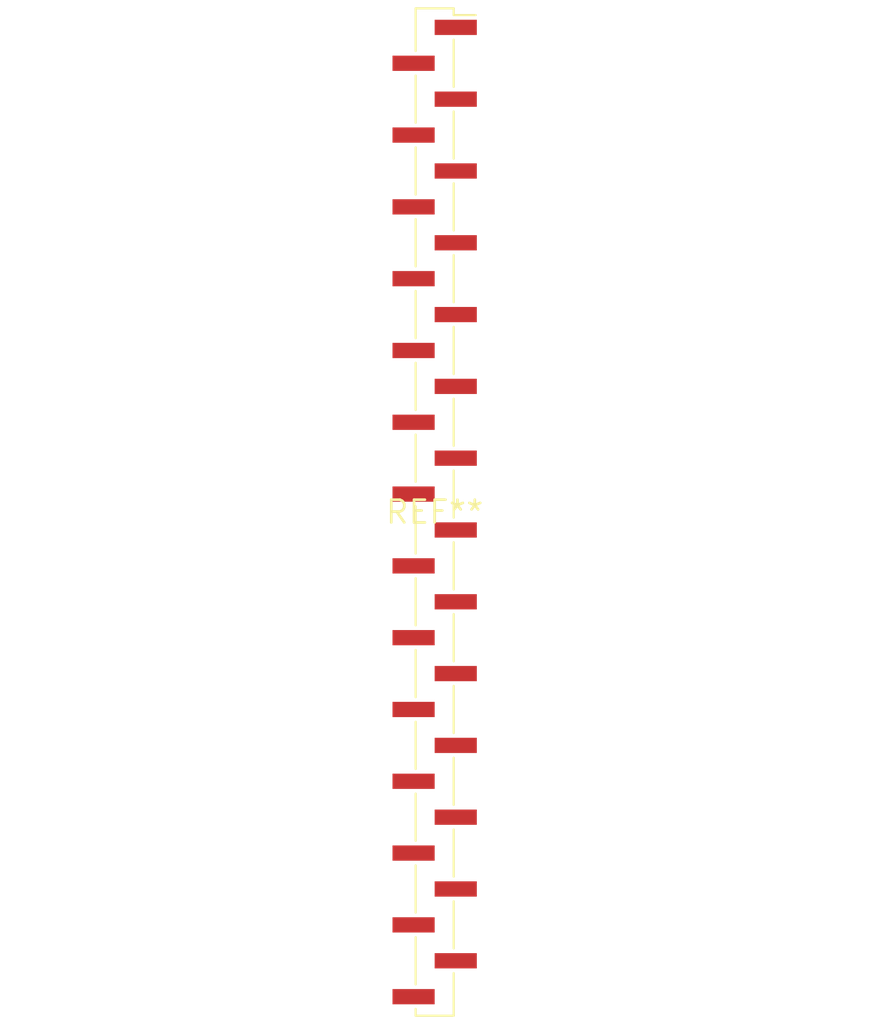
<source format=kicad_pcb>
(kicad_pcb (version 20240108) (generator pcbnew)
  (layers (0 "F.Cu" signal) (31 "B.Cu" signal) (34 "B.Paste" user) (35 "F.Paste" user) (36 "B.SilkS" user "B.Silkscreen") (37 "F.SilkS" user "F.Silkscreen") (38 "B.Mask" user) (39 "F.Mask" user) (44 "Edge.Cuts" user))
  (net 0 "")
  (footprint "PinHeader_1x28_P2.00mm_Vertical_SMD_Pin1Right" (layer "F.Cu") (at 0 0)
    (property "Reference" "REF**")
    (property "Value" "PinHeader_1x28_P2.00mm_Vertical_SMD_Pin1Right")
    (fp_line (start -1.06 -28.06) (end -1.06 -25.685) (layer "F.SilkS") (stroke (width 0.12)))
    (fp_line (start -1.06 -28.06) (end 1.06 -28.06) (layer "F.SilkS") (stroke (width 0.12)))
    (fp_line (start -1.06 -24.315) (end -1.06 -21.685) (layer "F.SilkS") (stroke (width 0.12)))
    (fp_line (start -1.06 -20.315) (end -1.06 -17.685) (layer "F.SilkS") (stroke (width 0.12)))
    (fp_line (start -1.06 -16.315) (end -1.06 -13.685) (layer "F.SilkS") (stroke (width 0.12)))
    (fp_line (start -1.06 -12.315) (end -1.06 -9.685) (layer "F.SilkS") (stroke (width 0.12)))
    (fp_line (start -1.06 -8.315) (end -1.06 -5.685) (layer "F.SilkS") (stroke (width 0.12)))
    (fp_line (start -1.06 -4.315) (end -1.06 -1.685) (layer "F.SilkS") (stroke (width 0.12)))
    (fp_line (start -1.06 -0.315) (end -1.06 2.315) (layer "F.SilkS") (stroke (width 0.12)))
    (fp_line (start -1.06 3.685) (end -1.06 6.315) (layer "F.SilkS") (stroke (width 0.12)))
    (fp_line (start -1.06 7.685) (end -1.06 10.315) (layer "F.SilkS") (stroke (width 0.12)))
    (fp_line (start -1.06 11.685) (end -1.06 14.315) (layer "F.SilkS") (stroke (width 0.12)))
    (fp_line (start -1.06 15.685) (end -1.06 18.315) (layer "F.SilkS") (stroke (width 0.12)))
    (fp_line (start -1.06 19.685) (end -1.06 22.315) (layer "F.SilkS") (stroke (width 0.12)))
    (fp_line (start -1.06 23.685) (end -1.06 26.315) (layer "F.SilkS") (stroke (width 0.12)))
    (fp_line (start -1.06 27.685) (end -1.06 28.06) (layer "F.SilkS") (stroke (width 0.12)))
    (fp_line (start -1.06 28.06) (end 1.06 28.06) (layer "F.SilkS") (stroke (width 0.12)))
    (fp_line (start 1.06 -28.06) (end 1.06 -27.685) (layer "F.SilkS") (stroke (width 0.12)))
    (fp_line (start 1.06 -27.685) (end 2.29 -27.685) (layer "F.SilkS") (stroke (width 0.12)))
    (fp_line (start 1.06 -26.315) (end 1.06 -23.685) (layer "F.SilkS") (stroke (width 0.12)))
    (fp_line (start 1.06 -22.315) (end 1.06 -19.685) (layer "F.SilkS") (stroke (width 0.12)))
    (fp_line (start 1.06 -18.315) (end 1.06 -15.685) (layer "F.SilkS") (stroke (width 0.12)))
    (fp_line (start 1.06 -14.315) (end 1.06 -11.685) (layer "F.SilkS") (stroke (width 0.12)))
    (fp_line (start 1.06 -10.315) (end 1.06 -7.685) (layer "F.SilkS") (stroke (width 0.12)))
    (fp_line (start 1.06 -6.315) (end 1.06 -3.685) (layer "F.SilkS") (stroke (width 0.12)))
    (fp_line (start 1.06 -2.315) (end 1.06 0.315) (layer "F.SilkS") (stroke (width 0.12)))
    (fp_line (start 1.06 1.685) (end 1.06 4.315) (layer "F.SilkS") (stroke (width 0.12)))
    (fp_line (start 1.06 5.685) (end 1.06 8.315) (layer "F.SilkS") (stroke (width 0.12)))
    (fp_line (start 1.06 9.685) (end 1.06 12.315) (layer "F.SilkS") (stroke (width 0.12)))
    (fp_line (start 1.06 13.685) (end 1.06 16.315) (layer "F.SilkS") (stroke (width 0.12)))
    (fp_line (start 1.06 17.685) (end 1.06 20.315) (layer "F.SilkS") (stroke (width 0.12)))
    (fp_line (start 1.06 21.685) (end 1.06 24.315) (layer "F.SilkS") (stroke (width 0.12)))
    (fp_line (start 1.06 25.685) (end 1.06 28.06) (layer "F.SilkS") (stroke (width 0.12)))
    (pad "1" smd rect (at 1.175 -27) (size 2.35 0.85) (layers "F.Cu" "F.Paste" "F.Mask"))
    (pad "2" smd rect (at -1.175 -25) (size 2.35 0.85) (layers "F.Cu" "F.Paste" "F.Mask"))
    (pad "3" smd rect (at 1.175 -23) (size 2.35 0.85) (layers "F.Cu" "F.Paste" "F.Mask"))
    (pad "4" smd rect (at -1.175 -21) (size 2.35 0.85) (layers "F.Cu" "F.Paste" "F.Mask"))
    (pad "5" smd rect (at 1.175 -19) (size 2.35 0.85) (layers "F.Cu" "F.Paste" "F.Mask"))
    (pad "6" smd rect (at -1.175 -17) (size 2.35 0.85) (layers "F.Cu" "F.Paste" "F.Mask"))
    (pad "7" smd rect (at 1.175 -15) (size 2.35 0.85) (layers "F.Cu" "F.Paste" "F.Mask"))
    (pad "8" smd rect (at -1.175 -13) (size 2.35 0.85) (layers "F.Cu" "F.Paste" "F.Mask"))
    (pad "9" smd rect (at 1.175 -11) (size 2.35 0.85) (layers "F.Cu" "F.Paste" "F.Mask"))
    (pad "10" smd rect (at -1.175 -9) (size 2.35 0.85) (layers "F.Cu" "F.Paste" "F.Mask"))
    (pad "11" smd rect (at 1.175 -7) (size 2.35 0.85) (layers "F.Cu" "F.Paste" "F.Mask"))
    (pad "12" smd rect (at -1.175 -5) (size 2.35 0.85) (layers "F.Cu" "F.Paste" "F.Mask"))
    (pad "13" smd rect (at 1.175 -3) (size 2.35 0.85) (layers "F.Cu" "F.Paste" "F.Mask"))
    (pad "14" smd rect (at -1.175 -1) (size 2.35 0.85) (layers "F.Cu" "F.Paste" "F.Mask"))
    (pad "15" smd rect (at 1.175 1) (size 2.35 0.85) (layers "F.Cu" "F.Paste" "F.Mask"))
    (pad "16" smd rect (at -1.175 3) (size 2.35 0.85) (layers "F.Cu" "F.Paste" "F.Mask"))
    (pad "17" smd rect (at 1.175 5) (size 2.35 0.85) (layers "F.Cu" "F.Paste" "F.Mask"))
    (pad "18" smd rect (at -1.175 7) (size 2.35 0.85) (layers "F.Cu" "F.Paste" "F.Mask"))
    (pad "19" smd rect (at 1.175 9) (size 2.35 0.85) (layers "F.Cu" "F.Paste" "F.Mask"))
    (pad "20" smd rect (at -1.175 11) (size 2.35 0.85) (layers "F.Cu" "F.Paste" "F.Mask"))
    (pad "21" smd rect (at 1.175 13) (size 2.35 0.85) (layers "F.Cu" "F.Paste" "F.Mask"))
    (pad "22" smd rect (at -1.175 15) (size 2.35 0.85) (layers "F.Cu" "F.Paste" "F.Mask"))
    (pad "23" smd rect (at 1.175 17) (size 2.35 0.85) (layers "F.Cu" "F.Paste" "F.Mask"))
    (pad "24" smd rect (at -1.175 19) (size 2.35 0.85) (layers "F.Cu" "F.Paste" "F.Mask"))
    (pad "25" smd rect (at 1.175 21) (size 2.35 0.85) (layers "F.Cu" "F.Paste" "F.Mask"))
    (pad "26" smd rect (at -1.175 23) (size 2.35 0.85) (layers "F.Cu" "F.Paste" "F.Mask"))
    (pad "27" smd rect (at 1.175 25) (size 2.35 0.85) (layers "F.Cu" "F.Paste" "F.Mask"))
    (pad "28" smd rect (at -1.175 27) (size 2.35 0.85) (layers "F.Cu" "F.Paste" "F.Mask"))
  )
)
</source>
